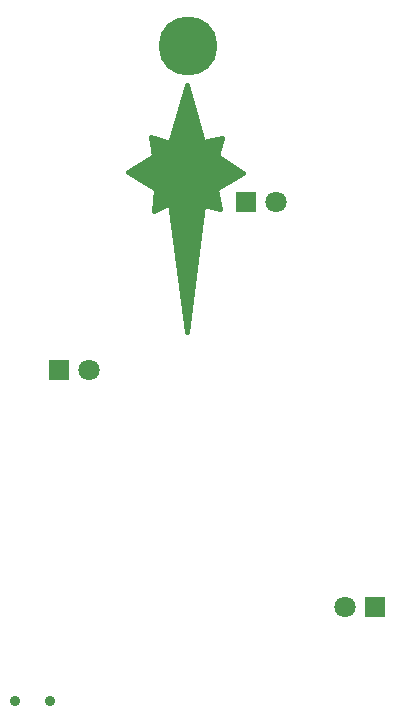
<source format=gbr>
%TF.GenerationSoftware,KiCad,Pcbnew,8.0.4*%
%TF.CreationDate,2024-12-02T20:50:40-07:00*%
%TF.ProjectId,tree,74726565-2e6b-4696-9361-645f70636258,rev?*%
%TF.SameCoordinates,Original*%
%TF.FileFunction,Soldermask,Top*%
%TF.FilePolarity,Negative*%
%FSLAX46Y46*%
G04 Gerber Fmt 4.6, Leading zero omitted, Abs format (unit mm)*
G04 Created by KiCad (PCBNEW 8.0.4) date 2024-12-02 20:50:40*
%MOMM*%
%LPD*%
G01*
G04 APERTURE LIST*
%ADD10C,0.390000*%
%ADD11C,5.000000*%
%ADD12C,0.900000*%
%ADD13R,1.800000X1.800000*%
%ADD14C,1.800000*%
G04 APERTURE END LIST*
D10*
X147400000Y-68100000D02*
X149012556Y-67791311D01*
X148611707Y-69284425D01*
X150751328Y-70691311D01*
X148478072Y-72063016D01*
X148851328Y-73791311D01*
X147378140Y-73402776D01*
X146015123Y-84162275D01*
X144638772Y-73296581D01*
X143212556Y-73894730D01*
X143415126Y-72045650D01*
X141012556Y-70594730D01*
X143281491Y-69301788D01*
X142951328Y-67694730D01*
X144616914Y-68206194D01*
X146012556Y-63294730D01*
X147400000Y-68100000D01*
G36*
X147400000Y-68100000D02*
G01*
X149012556Y-67791311D01*
X148611707Y-69284425D01*
X150751328Y-70691311D01*
X148478072Y-72063016D01*
X148851328Y-73791311D01*
X147378140Y-73402776D01*
X146015123Y-84162275D01*
X144638772Y-73296581D01*
X143212556Y-73894730D01*
X143415126Y-72045650D01*
X141012556Y-70594730D01*
X143281491Y-69301788D01*
X142951328Y-67694730D01*
X144616914Y-68206194D01*
X146012556Y-63294730D01*
X147400000Y-68100000D01*
G37*
D11*
%TO.C,*%
X146100000Y-60000000D03*
%TD*%
D12*
%TO.C,SW1*%
X134450000Y-115460000D03*
X131450000Y-115460000D03*
%TD*%
D13*
%TO.C,D3*%
X151000000Y-73200000D03*
D14*
X153540000Y-73200000D03*
%TD*%
D13*
%TO.C,D2*%
X135160000Y-87400000D03*
D14*
X137700000Y-87400000D03*
%TD*%
D13*
%TO.C,D1*%
X161940000Y-107500000D03*
D14*
X159400000Y-107500000D03*
%TD*%
M02*

</source>
